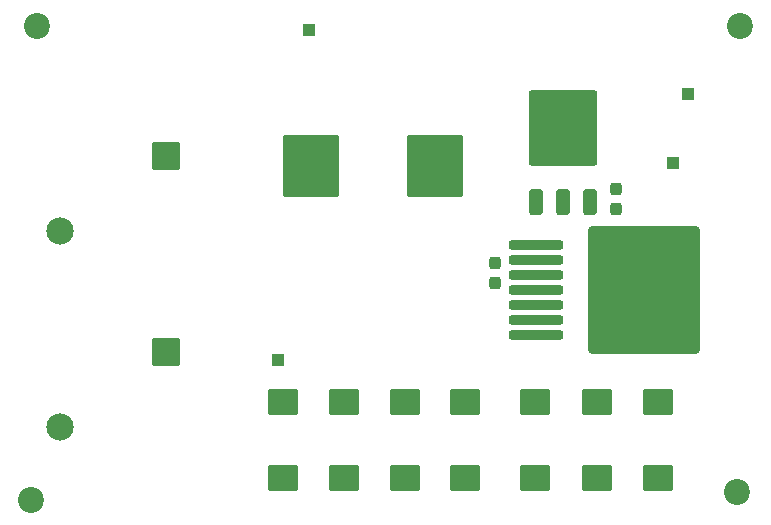
<source format=gts>
G04 #@! TF.GenerationSoftware,KiCad,Pcbnew,8.0.5*
G04 #@! TF.CreationDate,2025-01-14T00:03:48-08:00*
G04 #@! TF.ProjectId,12v converter,31327620-636f-46e7-9665-727465722e6b,rev?*
G04 #@! TF.SameCoordinates,Original*
G04 #@! TF.FileFunction,Soldermask,Top*
G04 #@! TF.FilePolarity,Negative*
%FSLAX46Y46*%
G04 Gerber Fmt 4.6, Leading zero omitted, Abs format (unit mm)*
G04 Created by KiCad (PCBNEW 8.0.5) date 2025-01-14 00:03:48*
%MOMM*%
%LPD*%
G01*
G04 APERTURE LIST*
G04 Aperture macros list*
%AMRoundRect*
0 Rectangle with rounded corners*
0 $1 Rounding radius*
0 $2 $3 $4 $5 $6 $7 $8 $9 X,Y pos of 4 corners*
0 Add a 4 corners polygon primitive as box body*
4,1,4,$2,$3,$4,$5,$6,$7,$8,$9,$2,$3,0*
0 Add four circle primitives for the rounded corners*
1,1,$1+$1,$2,$3*
1,1,$1+$1,$4,$5*
1,1,$1+$1,$6,$7*
1,1,$1+$1,$8,$9*
0 Add four rect primitives between the rounded corners*
20,1,$1+$1,$2,$3,$4,$5,0*
20,1,$1+$1,$4,$5,$6,$7,0*
20,1,$1+$1,$6,$7,$8,$9,0*
20,1,$1+$1,$8,$9,$2,$3,0*%
G04 Aperture macros list end*
%ADD10C,2.200000*%
%ADD11RoundRect,0.200000X-2.100000X-0.200000X2.100000X-0.200000X2.100000X0.200000X-2.100000X0.200000X0*%
%ADD12RoundRect,0.250002X-4.449998X-5.149998X4.449998X-5.149998X4.449998X5.149998X-4.449998X5.149998X0*%
%ADD13RoundRect,0.102000X-1.050000X1.050000X-1.050000X-1.050000X1.050000X-1.050000X1.050000X1.050000X0*%
%ADD14C,2.304000*%
%ADD15RoundRect,0.250000X-1.025000X0.875000X-1.025000X-0.875000X1.025000X-0.875000X1.025000X0.875000X0*%
%ADD16RoundRect,0.102000X-2.250000X-2.500000X2.250000X-2.500000X2.250000X2.500000X-2.250000X2.500000X0*%
%ADD17R,1.000000X1.000000*%
%ADD18RoundRect,0.237500X-0.237500X0.300000X-0.237500X-0.300000X0.237500X-0.300000X0.237500X0.300000X0*%
%ADD19RoundRect,0.250000X0.350000X-0.850000X0.350000X0.850000X-0.350000X0.850000X-0.350000X-0.850000X0*%
%ADD20RoundRect,0.249997X2.650003X-2.950003X2.650003X2.950003X-2.650003X2.950003X-2.650003X-2.950003X0*%
G04 APERTURE END LIST*
D10*
X121400000Y-128975000D03*
X181150000Y-128300000D03*
X181400000Y-88850000D03*
X121850000Y-88850000D03*
D11*
X164150000Y-107390000D03*
X164150000Y-108660000D03*
X164150001Y-109930000D03*
X164150000Y-111200000D03*
X164150001Y-112470000D03*
X164150000Y-113740000D03*
X164150000Y-115010000D03*
D12*
X173300000Y-111200000D03*
D13*
X132784364Y-116473208D03*
D14*
X123784364Y-122823208D03*
D15*
X153000000Y-120750000D03*
X153000000Y-127150000D03*
D16*
X145043802Y-100769343D03*
X155543804Y-100769343D03*
D17*
X142250000Y-117150000D03*
D15*
X174450000Y-120750000D03*
X174450000Y-127150000D03*
X169250000Y-120750000D03*
X169250000Y-127150000D03*
X142700000Y-120750000D03*
X142700000Y-127150000D03*
X147900000Y-120741314D03*
X147900000Y-127141314D03*
D17*
X175700000Y-100450000D03*
D13*
X132788785Y-99898090D03*
D14*
X123788785Y-106248090D03*
D18*
X160693884Y-108947499D03*
X160693884Y-110672501D03*
X170925000Y-102649998D03*
X170925000Y-104375000D03*
D15*
X164050000Y-120750000D03*
X164050000Y-127150000D03*
D17*
X144900000Y-89250000D03*
D15*
X158100000Y-120750000D03*
X158100000Y-127150000D03*
D19*
X164143221Y-103818560D03*
X168703220Y-103818559D03*
X166423221Y-103818559D03*
D20*
X166423221Y-97518559D03*
D17*
X177000000Y-94675000D03*
M02*

</source>
